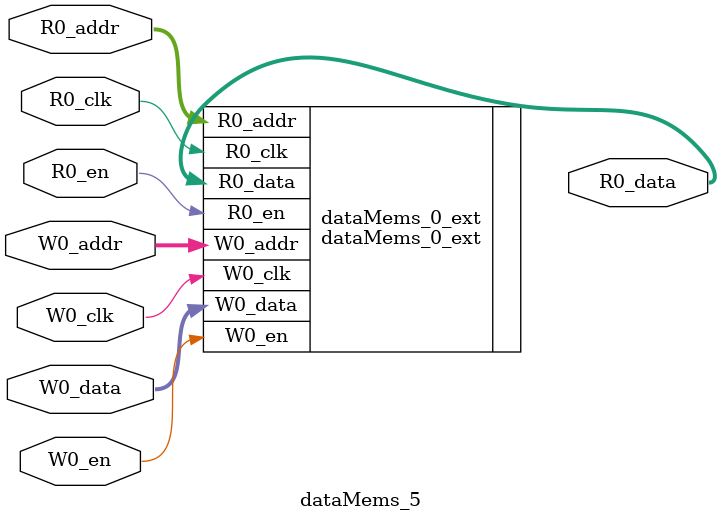
<source format=sv>
`ifndef RANDOMIZE
  `ifdef RANDOMIZE_REG_INIT
    `define RANDOMIZE
  `endif // RANDOMIZE_REG_INIT
`endif // not def RANDOMIZE
`ifndef RANDOMIZE
  `ifdef RANDOMIZE_MEM_INIT
    `define RANDOMIZE
  `endif // RANDOMIZE_MEM_INIT
`endif // not def RANDOMIZE

`ifndef RANDOM
  `define RANDOM $random
`endif // not def RANDOM

// Users can define 'PRINTF_COND' to add an extra gate to prints.
`ifndef PRINTF_COND_
  `ifdef PRINTF_COND
    `define PRINTF_COND_ (`PRINTF_COND)
  `else  // PRINTF_COND
    `define PRINTF_COND_ 1
  `endif // PRINTF_COND
`endif // not def PRINTF_COND_

// Users can define 'ASSERT_VERBOSE_COND' to add an extra gate to assert error printing.
`ifndef ASSERT_VERBOSE_COND_
  `ifdef ASSERT_VERBOSE_COND
    `define ASSERT_VERBOSE_COND_ (`ASSERT_VERBOSE_COND)
  `else  // ASSERT_VERBOSE_COND
    `define ASSERT_VERBOSE_COND_ 1
  `endif // ASSERT_VERBOSE_COND
`endif // not def ASSERT_VERBOSE_COND_

// Users can define 'STOP_COND' to add an extra gate to stop conditions.
`ifndef STOP_COND_
  `ifdef STOP_COND
    `define STOP_COND_ (`STOP_COND)
  `else  // STOP_COND
    `define STOP_COND_ 1
  `endif // STOP_COND
`endif // not def STOP_COND_

// Users can define INIT_RANDOM as general code that gets injected into the
// initializer block for modules with registers.
`ifndef INIT_RANDOM
  `define INIT_RANDOM
`endif // not def INIT_RANDOM

// If using random initialization, you can also define RANDOMIZE_DELAY to
// customize the delay used, otherwise 0.002 is used.
`ifndef RANDOMIZE_DELAY
  `define RANDOMIZE_DELAY 0.002
`endif // not def RANDOMIZE_DELAY

// Define INIT_RANDOM_PROLOG_ for use in our modules below.
`ifndef INIT_RANDOM_PROLOG_
  `ifdef RANDOMIZE
    `ifdef VERILATOR
      `define INIT_RANDOM_PROLOG_ `INIT_RANDOM
    `else  // VERILATOR
      `define INIT_RANDOM_PROLOG_ `INIT_RANDOM #`RANDOMIZE_DELAY begin end
    `endif // VERILATOR
  `else  // RANDOMIZE
    `define INIT_RANDOM_PROLOG_
  `endif // RANDOMIZE
`endif // not def INIT_RANDOM_PROLOG_

// Include register initializers in init blocks unless synthesis is set
`ifndef SYNTHESIS
  `ifndef ENABLE_INITIAL_REG_
    `define ENABLE_INITIAL_REG_
  `endif // not def ENABLE_INITIAL_REG_
`endif // not def SYNTHESIS

// Include rmemory initializers in init blocks unless synthesis is set
`ifndef SYNTHESIS
  `ifndef ENABLE_INITIAL_MEM_
    `define ENABLE_INITIAL_MEM_
  `endif // not def ENABLE_INITIAL_MEM_
`endif // not def SYNTHESIS

module dataMems_5(	// @[generators/ara/src/main/scala/UnsafeAXI4ToTL.scala:365:62]
  input  [4:0]   R0_addr,
  input          R0_en,
  input          R0_clk,
  output [130:0] R0_data,
  input  [4:0]   W0_addr,
  input          W0_en,
  input          W0_clk,
  input  [130:0] W0_data
);

  dataMems_0_ext dataMems_0_ext (	// @[generators/ara/src/main/scala/UnsafeAXI4ToTL.scala:365:62]
    .R0_addr (R0_addr),
    .R0_en   (R0_en),
    .R0_clk  (R0_clk),
    .R0_data (R0_data),
    .W0_addr (W0_addr),
    .W0_en   (W0_en),
    .W0_clk  (W0_clk),
    .W0_data (W0_data)
  );
endmodule


</source>
